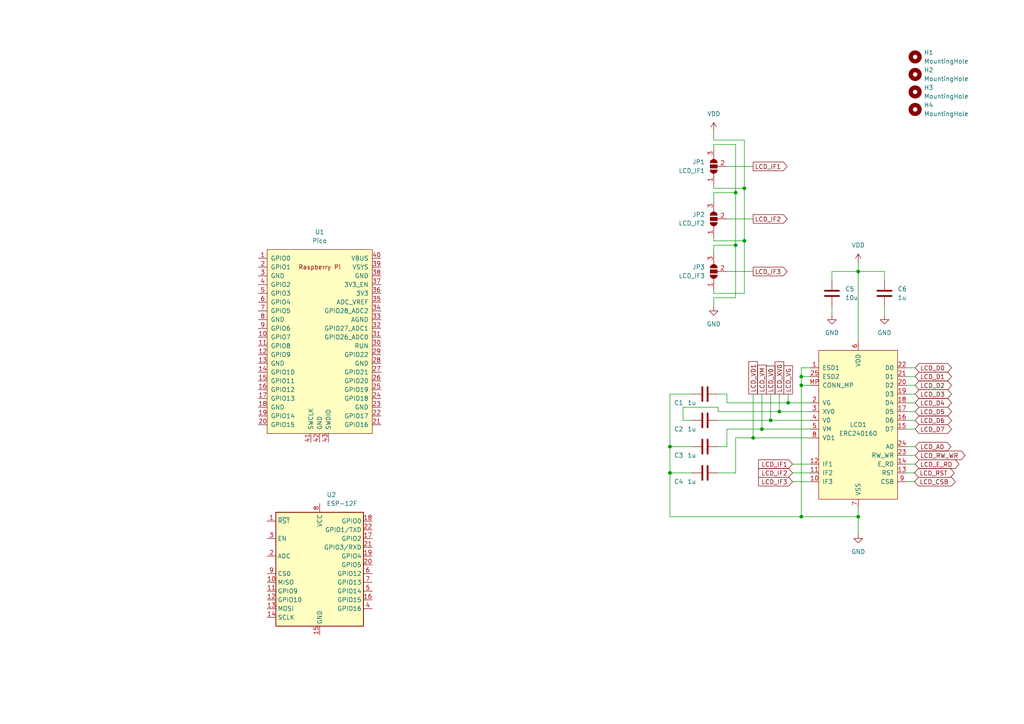
<source format=kicad_sch>
(kicad_sch (version 20211123) (generator eeschema)
  (paper "A4")
  (lib_symbols
    (symbol "Device:C" (pin_numbers hide) (pin_names (offset 0.254))
      (property "Reference" "C" (at 0.635 2.54 0))
      (property "Value" "C" (at 0.635 -2.54 0))
      (symbol "C_0_1"
        (polyline (pts (xy -2.032 -0.762) (xy 2.032 -0.762)) (stroke (width 0.508)))
        (polyline (pts (xy -2.032 0.762) (xy 2.032 0.762)) (stroke (width 0.508)))
      )
      (symbol "C_1_1"
        (pin passive line (at 0 3.81 270) (length 2.794) (name "~") (number "1"))
        (pin passive line (at 0 -3.81 90) (length 2.794) (name "~") (number "2"))
      )
    )
    (symbol "ERC240160:ERC240160" (pin_names (offset 1.016))
      (property "Reference" "LCD" (at 0 1.27 0))
      (property "Value" "ERC240160" (at 0 -1.27 0))
      (symbol "ERC240160_0_1"
        (rectangle (start -11.43 21.59) (end 11.43 -21.59) (fill (type background)))
      )
      (symbol "ERC240160_1_1"
        (pin passive line (at -13.97 16.51 0) (length 2.54) (name "ESD1") (number "1"))
        (pin input line (at -13.97 -16.51 0) (length 2.54) (name "IF3") (number "10"))
        (pin input line (at -13.97 -13.97 0) (length 2.54) (name "IF2") (number "11"))
        (pin input line (at -13.97 -11.43 0) (length 2.54) (name "IF1") (number "12"))
        (pin input line (at 13.97 -13.97 180) (length 2.54) (name "RST") (number "13"))
        (pin input line (at 13.97 -11.43 180) (length 2.54) (name "E_RD") (number "14"))
        (pin bidirectional line (at 13.97 -1.27 180) (length 2.54) (name "D7") (number "15"))
        (pin bidirectional line (at 13.97 1.27 180) (length 2.54) (name "D6") (number "16"))
        (pin bidirectional line (at 13.97 3.81 180) (length 2.54) (name "D5") (number "17"))
        (pin bidirectional line (at 13.97 6.35 180) (length 2.54) (name "D4") (number "18"))
        (pin bidirectional line (at 13.97 8.89 180) (length 2.54) (name "D3") (number "19"))
        (pin passive line (at -13.97 6.35 0) (length 2.54) (name "VG") (number "2"))
        (pin bidirectional line (at 13.97 11.43 180) (length 2.54) (name "D2") (number "20"))
        (pin bidirectional line (at 13.97 13.97 180) (length 2.54) (name "D1") (number "21"))
        (pin bidirectional line (at 13.97 16.51 180) (length 2.54) (name "D0") (number "22"))
        (pin input line (at 13.97 -8.89 180) (length 2.54) (name "RW_WR") (number "23"))
        (pin input line (at 13.97 -6.35 180) (length 2.54) (name "A0") (number "24"))
        (pin passive line (at -13.97 13.97 0) (length 2.54) (name "ESD2") (number "25"))
        (pin passive line (at -13.97 3.81 0) (length 2.54) (name "XV0") (number "3"))
        (pin passive line (at -13.97 1.27 0) (length 2.54) (name "V0") (number "4"))
        (pin passive line (at -13.97 -1.27 0) (length 2.54) (name "VM") (number "5"))
        (pin power_in line (at 0 24.13 270) (length 2.54) (name "VDD") (number "6"))
        (pin power_in line (at 0 -24.13 90) (length 2.54) (name "VSS") (number "7"))
        (pin passive line (at -13.97 -3.81 0) (length 2.54) (name "VD1") (number "8"))
        (pin input line (at 13.97 -16.51 180) (length 2.54) (name "CSB") (number "9"))
        (pin passive line (at -13.97 11.43 0) (length 2.54) (name "CONN_MP") (number "MP"))
      )
    )
    (symbol "Jumper:SolderJumper_3_Open" (pin_names (offset 0) hide)
      (property "Reference" "JP" (at -2.54 -2.54 0))
      (property "Value" "SolderJumper_3_Open" (at 0 2.794 0))
      (symbol "SolderJumper_3_Open_0_1"
        (arc (start -1.016 1.016) (mid -2.032 0) (end -1.016 -1.016))
        (arc (start -1.016 1.016) (mid -2.032 0) (end -1.016 -1.016) (fill (type outline)))
        (rectangle (start -0.508 1.016) (end 0.508 -1.016) (fill (type outline)))
        (polyline (pts (xy -2.54 0) (xy -2.032 0)))
        (polyline (pts (xy -1.016 1.016) (xy -1.016 -1.016)))
        (polyline (pts (xy 0 -1.27) (xy 0 -1.016)))
        (polyline (pts (xy 1.016 1.016) (xy 1.016 -1.016)))
        (polyline (pts (xy 2.54 0) (xy 2.032 0)))
        (arc (start 1.016 -1.016) (mid 2.032 0) (end 1.016 1.016))
        (arc (start 1.016 -1.016) (mid 2.032 0) (end 1.016 1.016) (fill (type outline)))
      )
      (symbol "SolderJumper_3_Open_1_1"
        (pin passive line (at -5.08 0 0) (length 2.54) (name "A") (number "1"))
        (pin input line (at 0 -3.81 90) (length 2.54) (name "C") (number "2"))
        (pin passive line (at 5.08 0 180) (length 2.54) (name "B") (number "3"))
      )
    )
    (symbol "Mechanical:MountingHole" (pin_names (offset 1.016))
      (property "Reference" "H" (at 0 5.08 0))
      (property "Value" "MountingHole" (at 0 3.175 0))
      (symbol "MountingHole_0_1"
        (circle (center 0 0) (radius 1.27) (stroke (width 1.27)))
      )
    )
    (symbol "RF_Module:ESP-12F"
      (property "Reference" "U" (at -12.7 19.05 0))
      (property "Value" "ESP-12F" (at 12.7 19.05 0))
      (symbol "ESP-12F_0_1"
        (rectangle (start -12.7 17.78) (end 12.7 -15.24) (stroke (width 0.254)) (fill (type background)))
      )
      (symbol "ESP-12F_1_1"
        (pin input line (at -15.24 15.24 0) (length 2.54) (name "~{RST}") (number "1"))
        (pin bidirectional line (at -15.24 -2.54 0) (length 2.54) (name "MISO") (number "10"))
        (pin bidirectional line (at -15.24 -5.08 0) (length 2.54) (name "GPIO9") (number "11"))
        (pin bidirectional line (at -15.24 -7.62 0) (length 2.54) (name "GPIO10") (number "12"))
        (pin bidirectional line (at -15.24 -10.16 0) (length 2.54) (name "MOSI") (number "13"))
        (pin bidirectional line (at -15.24 -12.7 0) (length 2.54) (name "SCLK") (number "14"))
        (pin power_in line (at 0 -17.78 90) (length 2.54) (name "GND") (number "15"))
        (pin bidirectional line (at 15.24 -7.62 180) (length 2.54) (name "GPIO15") (number "16"))
        (pin bidirectional line (at 15.24 10.16 180) (length 2.54) (name "GPIO2") (number "17"))
        (pin bidirectional line (at 15.24 15.24 180) (length 2.54) (name "GPIO0") (number "18"))
        (pin bidirectional line (at 15.24 5.08 180) (length 2.54) (name "GPIO4") (number "19"))
        (pin input line (at -15.24 5.08 0) (length 2.54) (name "ADC") (number "2"))
        (pin bidirectional line (at 15.24 2.54 180) (length 2.54) (name "GPIO5") (number "20"))
        (pin bidirectional line (at 15.24 7.62 180) (length 2.54) (name "GPIO3/RXD") (number "21"))
        (pin bidirectional line (at 15.24 12.7 180) (length 2.54) (name "GPIO1/TXD") (number "22"))
        (pin input line (at -15.24 10.16 0) (length 2.54) (name "EN") (number "3"))
        (pin bidirectional line (at 15.24 -10.16 180) (length 2.54) (name "GPIO16") (number "4"))
        (pin bidirectional line (at 15.24 -5.08 180) (length 2.54) (name "GPIO14") (number "5"))
        (pin bidirectional line (at 15.24 0 180) (length 2.54) (name "GPIO12") (number "6"))
        (pin bidirectional line (at 15.24 -2.54 180) (length 2.54) (name "GPIO13") (number "7"))
        (pin power_in line (at 0 20.32 270) (length 2.54) (name "VCC") (number "8"))
        (pin input line (at -15.24 0 0) (length 2.54) (name "CS0") (number "9"))
      )
    )
    (symbol "RPiPico:Pico" (pin_names (offset 1.016))
      (property "Reference" "U" (at -13.97 27.94 0))
      (property "Value" "Pico" (at 0 19.05 0))
      (symbol "Pico_0_0"
        (text "Raspberry Pi" (at 0 21.59 0) (effects (font (size 1.27 1.27))))
      )
      (symbol "Pico_0_1"
        (rectangle (start -15.24 26.67) (end 15.24 -26.67) (fill (type background)))
      )
      (symbol "Pico_1_1"
        (pin bidirectional line (at -17.78 24.13 0) (length 2.54) (name "GPIO0") (number "1"))
        (pin bidirectional line (at -17.78 1.27 0) (length 2.54) (name "GPIO7") (number "10"))
        (pin bidirectional line (at -17.78 -1.27 0) (length 2.54) (name "GPIO8") (number "11"))
        (pin bidirectional line (at -17.78 -3.81 0) (length 2.54) (name "GPIO9") (number "12"))
        (pin power_in line (at -17.78 -6.35 0) (length 2.54) (name "GND") (number "13"))
        (pin bidirectional line (at -17.78 -8.89 0) (length 2.54) (name "GPIO10") (number "14"))
        (pin bidirectional line (at -17.78 -11.43 0) (length 2.54) (name "GPIO11") (number "15"))
        (pin bidirectional line (at -17.78 -13.97 0) (length 2.54) (name "GPIO12") (number "16"))
        (pin bidirectional line (at -17.78 -16.51 0) (length 2.54) (name "GPIO13") (number "17"))
        (pin power_in line (at -17.78 -19.05 0) (length 2.54) (name "GND") (number "18"))
        (pin bidirectional line (at -17.78 -21.59 0) (length 2.54) (name "GPIO14") (number "19"))
        (pin bidirectional line (at -17.78 21.59 0) (length 2.54) (name "GPIO1") (number "2"))
        (pin bidirectional line (at -17.78 -24.13 0) (length 2.54) (name "GPIO15") (number "20"))
        (pin bidirectional line (at 17.78 -24.13 180) (length 2.54) (name "GPIO16") (number "21"))
        (pin bidirectional line (at 17.78 -21.59 180) (length 2.54) (name "GPIO17") (number "22"))
        (pin power_in line (at 17.78 -19.05 180) (length 2.54) (name "GND") (number "23"))
        (pin bidirectional line (at 17.78 -16.51 180) (length 2.54) (name "GPIO18") (number "24"))
        (pin bidirectional line (at 17.78 -13.97 180) (length 2.54) (name "GPIO19") (number "25"))
        (pin bidirectional line (at 17.78 -11.43 180) (length 2.54) (name "GPIO20") (number "26"))
        (pin bidirectional line (at 17.78 -8.89 180) (length 2.54) (name "GPIO21") (number "27"))
        (pin power_in line (at 17.78 -6.35 180) (length 2.54) (name "GND") (number "28"))
        (pin bidirectional line (at 17.78 -3.81 180) (length 2.54) (name "GPIO22") (number "29"))
        (pin power_in line (at -17.78 19.05 0) (length 2.54) (name "GND") (number "3"))
        (pin input line (at 17.78 -1.27 180) (length 2.54) (name "RUN") (number "30"))
        (pin bidirectional line (at 17.78 1.27 180) (length 2.54) (name "GPIO26_ADC0") (number "31"))
        (pin bidirectional line (at 17.78 3.81 180) (length 2.54) (name "GPIO27_ADC1") (number "32"))
        (pin power_in line (at 17.78 6.35 180) (length 2.54) (name "AGND") (number "33"))
        (pin bidirectional line (at 17.78 8.89 180) (length 2.54) (name "GPIO28_ADC2") (number "34"))
        (pin unspecified line (at 17.78 11.43 180) (length 2.54) (name "ADC_VREF") (number "35"))
        (pin unspecified line (at 17.78 13.97 180) (length 2.54) (name "3V3") (number "36"))
        (pin input line (at 17.78 16.51 180) (length 2.54) (name "3V3_EN") (number "37"))
        (pin bidirectional line (at 17.78 19.05 180) (length 2.54) (name "GND") (number "38"))
        (pin unspecified line (at 17.78 21.59 180) (length 2.54) (name "VSYS") (number "39"))
        (pin bidirectional line (at -17.78 16.51 0) (length 2.54) (name "GPIO2") (number "4"))
        (pin unspecified line (at 17.78 24.13 180) (length 2.54) (name "VBUS") (number "40"))
        (pin input line (at -2.54 -29.21 90) (length 2.54) (name "SWCLK") (number "41"))
        (pin power_in line (at 0 -29.21 90) (length 2.54) (name "GND") (number "42"))
        (pin bidirectional line (at 2.54 -29.21 90) (length 2.54) (name "SWDIO") (number "43"))
        (pin bidirectional line (at -17.78 13.97 0) (length 2.54) (name "GPIO3") (number "5"))
        (pin bidirectional line (at -17.78 11.43 0) (length 2.54) (name "GPIO4") (number "6"))
        (pin bidirectional line (at -17.78 8.89 0) (length 2.54) (name "GPIO5") (number "7"))
        (pin power_in line (at -17.78 6.35 0) (length 2.54) (name "GND") (number "8"))
        (pin bidirectional line (at -17.78 3.81 0) (length 2.54) (name "GPIO6") (number "9"))
      )
    )
    (symbol "power:GND" (power) (pin_names (offset 0))
      (property "Value" "GND" (at 0 -3.81 0))
      (symbol "GND_0_1"
        (polyline (pts (xy 0 0) (xy 0 -1.27) (xy 1.27 -1.27) (xy 0 -2.54) (xy -1.27 -1.27) (xy 0 -1.27)))
      )
      (symbol "GND_1_1"
        (pin power_in line (at 0 0 270) (length 0) hide (name "GND") (number "1"))
      )
    )
    (symbol "power:VDD" (power) (pin_names (offset 0))
      (property "Value" "VDD" (at 0 3.81 0))
      (symbol "VDD_0_1"
        (polyline (pts (xy -0.762 1.27) (xy 0 2.54)))
        (polyline (pts (xy 0 0) (xy 0 2.54)))
        (polyline (pts (xy 0 2.54) (xy 0.762 1.27)))
      )
      (symbol "VDD_1_1"
        (pin power_in line (at 0 0 90) (length 0) hide (name "VDD") (number "1"))
      )
    )
  )
  (junction (at 215.9 69.85))
  (junction (at 232.41 109.22))
  (junction (at 218.44 127))
  (junction (at 220.98 124.46))
  (junction (at 223.52 121.92))
  (junction (at 194.31 129.54))
  (junction (at 194.31 137.16))
  (junction (at 232.41 111.76))
  (junction (at 248.92 149.86))
  (junction (at 213.36 55.88))
  (junction (at 232.41 149.86))
  (junction (at 248.92 78.74))
  (junction (at 228.6 116.84))
  (junction (at 213.36 71.12))
  (junction (at 215.9 54.61))
  (junction (at 226.06 119.38))
  (wire (pts (xy 220.98 114.3) (xy 220.98 124.46)))
  (wire (pts (xy 262.89 129.54) (xy 265.43 129.54)))
  (wire (pts (xy 248.92 147.32) (xy 248.92 149.86)))
  (wire (pts (xy 229.87 134.62) (xy 234.95 134.62)))
  (wire (pts (xy 213.36 71.12) (xy 207.01 71.12)))
  (wire (pts (xy 229.87 139.7) (xy 234.95 139.7)))
  (wire (pts (xy 262.89 114.3) (xy 265.43 114.3)))
  (wire (pts (xy 232.41 111.76) (xy 234.95 111.76)))
  (wire (pts (xy 232.41 111.76) (xy 232.41 149.86)))
  (wire (pts (xy 234.95 127) (xy 218.44 127)))
  (wire (pts (xy 262.89 116.84) (xy 265.43 116.84)))
  (wire (pts (xy 234.95 116.84) (xy 228.6 116.84)))
  (wire (pts (xy 226.06 114.3) (xy 226.06 119.38)))
  (wire (pts (xy 241.3 81.28) (xy 241.3 78.74)))
  (wire (pts (xy 194.31 149.86) (xy 194.31 137.16)))
  (wire (pts (xy 213.36 86.36) (xy 213.36 71.12)))
  (wire (pts (xy 262.89 137.16) (xy 265.43 137.16)))
  (wire (pts (xy 207.01 55.88) (xy 207.01 58.42)))
  (wire (pts (xy 262.89 139.7) (xy 265.43 139.7)))
  (wire (pts (xy 220.98 124.46) (xy 210.82 124.46)))
  (wire (pts (xy 194.31 114.3) (xy 194.31 129.54)))
  (wire (pts (xy 207.01 40.64) (xy 215.9 40.64)))
  (wire (pts (xy 213.36 137.16) (xy 208.28 137.16)))
  (wire (pts (xy 262.89 119.38) (xy 265.43 119.38)))
  (wire (pts (xy 256.54 88.9) (xy 256.54 91.44)))
  (wire (pts (xy 194.31 129.54) (xy 200.66 129.54)))
  (wire (pts (xy 234.95 106.68) (xy 232.41 106.68)))
  (wire (pts (xy 198.12 121.92) (xy 198.12 118.11)))
  (wire (pts (xy 232.41 149.86) (xy 194.31 149.86)))
  (wire (pts (xy 223.52 121.92) (xy 234.95 121.92)))
  (wire (pts (xy 198.12 118.11) (xy 208.28 118.11)))
  (wire (pts (xy 232.41 109.22) (xy 232.41 111.76)))
  (wire (pts (xy 248.92 78.74) (xy 248.92 99.06)))
  (wire (pts (xy 210.82 48.26) (xy 218.44 48.26)))
  (wire (pts (xy 234.95 124.46) (xy 220.98 124.46)))
  (wire (pts (xy 210.82 129.54) (xy 208.28 129.54)))
  (wire (pts (xy 210.82 63.5) (xy 218.44 63.5)))
  (wire (pts (xy 207.01 41.91) (xy 207.01 43.18)))
  (wire (pts (xy 234.95 119.38) (xy 226.06 119.38)))
  (wire (pts (xy 262.89 121.92) (xy 265.43 121.92)))
  (wire (pts (xy 194.31 129.54) (xy 194.31 137.16)))
  (wire (pts (xy 215.9 54.61) (xy 215.9 69.85)))
  (wire (pts (xy 232.41 109.22) (xy 234.95 109.22)))
  (wire (pts (xy 213.36 55.88) (xy 213.36 41.91)))
  (wire (pts (xy 200.66 137.16) (xy 194.31 137.16)))
  (wire (pts (xy 210.82 116.84) (xy 210.82 114.3)))
  (wire (pts (xy 228.6 116.84) (xy 210.82 116.84)))
  (wire (pts (xy 213.36 41.91) (xy 207.01 41.91)))
  (wire (pts (xy 207.01 68.58) (xy 207.01 69.85)))
  (wire (pts (xy 210.82 78.74) (xy 218.44 78.74)))
  (wire (pts (xy 200.66 114.3) (xy 194.31 114.3)))
  (wire (pts (xy 215.9 85.09) (xy 207.01 85.09)))
  (wire (pts (xy 241.3 88.9) (xy 241.3 91.44)))
  (wire (pts (xy 207.01 71.12) (xy 207.01 73.66)))
  (wire (pts (xy 208.28 121.92) (xy 223.52 121.92)))
  (wire (pts (xy 248.92 149.86) (xy 248.92 154.94)))
  (wire (pts (xy 262.89 132.08) (xy 265.43 132.08)))
  (wire (pts (xy 223.52 114.3) (xy 223.52 121.92)))
  (wire (pts (xy 248.92 78.74) (xy 256.54 78.74)))
  (wire (pts (xy 207.01 85.09) (xy 207.01 83.82)))
  (wire (pts (xy 215.9 40.64) (xy 215.9 54.61)))
  (wire (pts (xy 207.01 69.85) (xy 215.9 69.85)))
  (wire (pts (xy 207.01 86.36) (xy 213.36 86.36)))
  (wire (pts (xy 241.3 78.74) (xy 248.92 78.74)))
  (wire (pts (xy 229.87 137.16) (xy 234.95 137.16)))
  (wire (pts (xy 256.54 78.74) (xy 256.54 81.28)))
  (wire (pts (xy 213.36 55.88) (xy 207.01 55.88)))
  (wire (pts (xy 208.28 119.38) (xy 208.28 118.11)))
  (wire (pts (xy 228.6 114.3) (xy 228.6 116.84)))
  (wire (pts (xy 262.89 124.46) (xy 265.43 124.46)))
  (wire (pts (xy 232.41 106.68) (xy 232.41 109.22)))
  (wire (pts (xy 207.01 53.34) (xy 207.01 54.61)))
  (wire (pts (xy 262.89 134.62) (xy 265.43 134.62)))
  (wire (pts (xy 207.01 38.1) (xy 207.01 40.64)))
  (wire (pts (xy 200.66 121.92) (xy 198.12 121.92)))
  (wire (pts (xy 262.89 111.76) (xy 265.43 111.76)))
  (wire (pts (xy 218.44 114.3) (xy 218.44 127)))
  (wire (pts (xy 226.06 119.38) (xy 208.28 119.38)))
  (wire (pts (xy 232.41 149.86) (xy 248.92 149.86)))
  (wire (pts (xy 213.36 127) (xy 213.36 137.16)))
  (wire (pts (xy 218.44 127) (xy 213.36 127)))
  (wire (pts (xy 207.01 54.61) (xy 215.9 54.61)))
  (wire (pts (xy 248.92 76.2) (xy 248.92 78.74)))
  (wire (pts (xy 215.9 69.85) (xy 215.9 85.09)))
  (wire (pts (xy 213.36 71.12) (xy 213.36 55.88)))
  (wire (pts (xy 207.01 88.9) (xy 207.01 86.36)))
  (wire (pts (xy 210.82 114.3) (xy 208.28 114.3)))
  (wire (pts (xy 262.89 106.68) (xy 265.43 106.68)))
  (wire (pts (xy 262.89 109.22) (xy 265.43 109.22)))
  (wire (pts (xy 210.82 124.46) (xy 210.82 129.54)))
  (global_label "LCD_VD1" (shape passive) (at 218.44 114.3 90) (property "Intersheet References" "${INTERSHEET_REFS}" (effects hide)))
  (global_label "LCD_XV0" (shape passive) (at 226.06 114.3 90) (property "Intersheet References" "${INTERSHEET_REFS}" (effects hide)))
  (global_label "LCD_IF1" (shape output) (at 218.44 48.26 0) (property "Intersheet References" "${INTERSHEET_REFS}" (effects hide)))
  (global_label "LCD_D7" (shape bidirectional) (at 265.43 124.46 0) (property "Intersheet References" "${INTERSHEET_REFS}" (effects hide)))
  (global_label "LCD_D5" (shape bidirectional) (at 265.43 119.38 0) (property "Intersheet References" "${INTERSHEET_REFS}" (effects hide)))
  (global_label "LCD_IF2" (shape output) (at 218.44 63.5 0) (property "Intersheet References" "${INTERSHEET_REFS}" (effects hide)))
  (global_label "LCD_D6" (shape bidirectional) (at 265.43 121.92 0) (property "Intersheet References" "${INTERSHEET_REFS}" (effects hide)))
  (global_label "LCD_A0" (shape bidirectional) (at 265.43 129.54 0) (property "Intersheet References" "${INTERSHEET_REFS}" (effects hide)))
  (global_label "LCD_D4" (shape bidirectional) (at 265.43 116.84 0) (property "Intersheet References" "${INTERSHEET_REFS}" (effects hide)))
  (global_label "LCD_VG" (shape passive) (at 228.6 114.3 90) (property "Intersheet References" "${INTERSHEET_REFS}" (effects hide)))
  (global_label "LCD_IF3" (shape input) (at 229.87 139.7 180) (property "Intersheet References" "${INTERSHEET_REFS}" (effects hide)))
  (global_label "LCD_D2" (shape bidirectional) (at 265.43 111.76 0) (property "Intersheet References" "${INTERSHEET_REFS}" (effects hide)))
  (global_label "LCD_E_RD" (shape bidirectional) (at 265.43 134.62 0) (property "Intersheet References" "${INTERSHEET_REFS}" (effects hide)))
  (global_label "LCD_D1" (shape bidirectional) (at 265.43 109.22 0) (property "Intersheet References" "${INTERSHEET_REFS}" (effects hide)))
  (global_label "LCD_D3" (shape bidirectional) (at 265.43 114.3 0) (property "Intersheet References" "${INTERSHEET_REFS}" (effects hide)))
  (global_label "LCD_D0" (shape bidirectional) (at 265.43 106.68 0) (property "Intersheet References" "${INTERSHEET_REFS}" (effects hide)))
  (global_label "LCD_V0" (shape passive) (at 223.52 114.3 90) (property "Intersheet References" "${INTERSHEET_REFS}" (effects hide)))
  (global_label "LCD_RW_WR" (shape bidirectional) (at 265.43 132.08 0) (property "Intersheet References" "${INTERSHEET_REFS}" (effects hide)))
  (global_label "LCD_IF3" (shape output) (at 218.44 78.74 0) (property "Intersheet References" "${INTERSHEET_REFS}" (effects hide)))
  (global_label "LCD_IF1" (shape input) (at 229.87 134.62 180) (property "Intersheet References" "${INTERSHEET_REFS}" (effects hide)))
  (global_label "LCD_CSB" (shape bidirectional) (at 265.2531 139.7 0) (property "Intersheet References" "${INTERSHEET_REFS}" (effects hide)))
  (global_label "LCD_IF2" (shape input) (at 229.87 137.16 180) (property "Intersheet References" "${INTERSHEET_REFS}" (effects hide)))
  (global_label "LCD_RST" (shape bidirectional) (at 265.2531 137.16 0) (property "Intersheet References" "${INTERSHEET_REFS}" (effects hide)))
  (global_label "LCD_VM" (shape passive) (at 220.98 114.3 90) (property "Intersheet References" "${INTERSHEET_REFS}" (effects hide)))
  (symbol (lib_id "Mechanical:MountingHole") (at 265.43 31.75 0) (unit 1)
    (property "Reference" "H4" (at 267.97 30.4799 0) (effects (justify left)))
    (property "Value" "MountingHole" (at 267.97 33.0199 0) (effects (justify left)))
    (property "Footprint" "MountingHole:MountingHole_3.2mm_M3_Pad_Via" (effects hide))
  )
  (symbol (lib_id "Device:C") (at 241.3 85.09 0) (unit 1)
    (property "Reference" "C5" (at 245.11 83.8199 0) (effects (justify left)))
    (property "Value" "10u" (at 245.11 86.3599 0) (effects (justify left)))
    (property "Footprint" "Capacitor_SMD:C_0805_2012Metric_Pad1.18x1.45mm_HandSolder" (effects hide))
  )
  (symbol (lib_id "RF_Module:ESP-12F") (at 92.71 166.37 0) (unit 1)
    (property "Reference" "U2" (at 94.7294 143.51 0) (effects (justify left)))
    (property "Value" "ESP-12F" (at 94.7294 146.05 0) (effects (justify left)))
    (property "Footprint" "RF_Module:ESP-12E" (effects hide))
    (property "Datasheet" "http://wiki.ai-thinker.com/_media/esp8266/esp8266_series_modules_user_manual_v1.1.pdf" (effects hide))
  )
  (symbol (lib_id "power:VDD") (at 248.92 76.2 0) (unit 1)
    (property "Reference" "#PWR0101" (effects hide))
    (property "Value" "VDD" (at 248.92 71.12 0))
  )
  (symbol (lib_id "Mechanical:MountingHole") (at 265.43 21.59 0) (unit 1)
    (property "Reference" "H2" (at 267.97 20.3199 0) (effects (justify left)))
    (property "Value" "MountingHole" (at 267.97 22.8599 0) (effects (justify left)))
    (property "Footprint" "MountingHole:MountingHole_3.2mm_M3_Pad_Via" (effects hide))
  )
  (symbol (lib_id "ERC240160:ERC240160") (at 248.92 123.19 0) (unit 1)
    (property "Reference" "LCD1" (at 248.92 123.19 0))
    (property "Value" "ERC240160" (at 248.92 125.73 0))
    (property "Footprint" "ERC240160:ERC240160" (effects hide))
    (property "Datasheet" "https://www.buydisplay.com/download/manual/ERC240160-2_Series_Datasheet.pdf" (effects hide))
  )
  (symbol (lib_id "Jumper:SolderJumper_3_Open") (at 207.01 63.5 90) (unit 1)
    (property "Reference" "JP2" (at 204.47 62.2299 90) (effects (justify left)))
    (property "Value" "LCD_IF2" (at 204.47 64.7699 90) (effects (justify left)))
    (property "Footprint" "Jumper:SolderJumper-3_P2.0mm_Open_TrianglePad1.0x1.5mm_NumberLabels" (effects hide))
  )
  (symbol (lib_id "Mechanical:MountingHole") (at 265.43 26.67 0) (unit 1)
    (property "Reference" "H3" (at 267.97 25.3999 0) (effects (justify left)))
    (property "Value" "MountingHole" (at 267.97 27.9399 0) (effects (justify left)))
    (property "Footprint" "MountingHole:MountingHole_3.2mm_M3_Pad_Via" (effects hide))
  )
  (symbol (lib_id "Device:C") (at 204.47 129.54 270) (unit 1)
    (property "Reference" "C3" (at 196.85 132.08 90))
    (property "Value" "1u" (at 200.66 132.08 90))
    (property "Footprint" "Capacitor_SMD:C_0805_2012Metric_Pad1.18x1.45mm_HandSolder" (effects hide))
  )
  (symbol (lib_id "Jumper:SolderJumper_3_Open") (at 207.01 78.74 90) (unit 1)
    (property "Reference" "JP3" (at 204.47 77.4699 90) (effects (justify left)))
    (property "Value" "LCD_IF3" (at 204.47 80.0099 90) (effects (justify left)))
    (property "Footprint" "Jumper:SolderJumper-3_P2.0mm_Open_TrianglePad1.0x1.5mm_NumberLabels" (effects hide))
  )
  (symbol (lib_id "Device:C") (at 204.47 114.3 90) (unit 1)
    (property "Reference" "C1" (at 196.85 116.84 90))
    (property "Value" "1u" (at 200.66 116.84 90))
    (property "Footprint" "Capacitor_SMD:C_0805_2012Metric_Pad1.18x1.45mm_HandSolder" (effects hide))
  )
  (symbol (lib_id "RPiPico:Pico") (at 92.71 99.06 0) (unit 1)
    (property "Reference" "U1" (at 92.71 67.31 0))
    (property "Value" "Pico" (at 92.71 69.85 0))
    (property "Footprint" "RPiPico:RPi_Pico_SMD" (effects hide))
  )
  (symbol (lib_id "power:GND") (at 207.01 88.9 0) (unit 1)
    (property "Reference" "#PWR0104" (effects hide))
    (property "Value" "GND" (at 207.01 93.98 0))
  )
  (symbol (lib_id "power:GND") (at 241.3 91.44 0) (unit 1)
    (property "Reference" "#PWR01" (effects hide))
    (property "Value" "GND" (at 241.3 96.52 0))
  )
  (symbol (lib_id "power:VDD") (at 207.01 38.1 0) (unit 1)
    (property "Reference" "#PWR0103" (effects hide))
    (property "Value" "VDD" (at 207.01 33.02 0))
  )
  (symbol (lib_id "Jumper:SolderJumper_3_Open") (at 207.01 48.26 90) (unit 1)
    (property "Reference" "JP1" (at 204.47 46.9899 90) (effects (justify left)))
    (property "Value" "LCD_IF1" (at 204.47 49.5299 90) (effects (justify left)))
    (property "Footprint" "Jumper:SolderJumper-3_P2.0mm_Open_TrianglePad1.0x1.5mm_NumberLabels" (effects hide))
  )
  (symbol (lib_id "Device:C") (at 204.47 121.92 90) (unit 1)
    (property "Reference" "C2" (at 196.85 124.46 90))
    (property "Value" "1u" (at 200.66 124.46 90))
    (property "Footprint" "Capacitor_SMD:C_0805_2012Metric_Pad1.18x1.45mm_HandSolder" (effects hide))
  )
  (symbol (lib_id "Device:C") (at 204.47 137.16 90) (unit 1)
    (property "Reference" "C4" (at 196.85 139.7 90))
    (property "Value" "1u" (at 200.66 139.7 90))
    (property "Footprint" "Capacitor_SMD:C_0805_2012Metric_Pad1.18x1.45mm_HandSolder" (effects hide))
  )
  (symbol (lib_id "Device:C") (at 256.54 85.09 0) (unit 1)
    (property "Reference" "C6" (at 260.35 83.8199 0) (effects (justify left)))
    (property "Value" "1u" (at 260.35 86.3599 0) (effects (justify left)))
    (property "Footprint" "Capacitor_SMD:C_0805_2012Metric_Pad1.18x1.45mm_HandSolder" (effects hide))
  )
  (symbol (lib_id "power:GND") (at 256.54 91.44 0) (unit 1)
    (property "Reference" "#PWR02" (effects hide))
    (property "Value" "GND" (at 256.54 96.52 0))
  )
  (symbol (lib_id "Mechanical:MountingHole") (at 265.43 16.51 0) (unit 1)
    (property "Reference" "H1" (at 267.97 15.2399 0) (effects (justify left)))
    (property "Value" "MountingHole" (at 267.97 17.7799 0) (effects (justify left)))
    (property "Footprint" "MountingHole:MountingHole_3.2mm_M3_Pad_Via" (effects hide))
  )
  (symbol (lib_id "power:GND") (at 248.92 154.94 0) (unit 1)
    (property "Reference" "#PWR0102" (effects hide))
    (property "Value" "GND" (at 248.92 160.02 0))
  )
)
</source>
